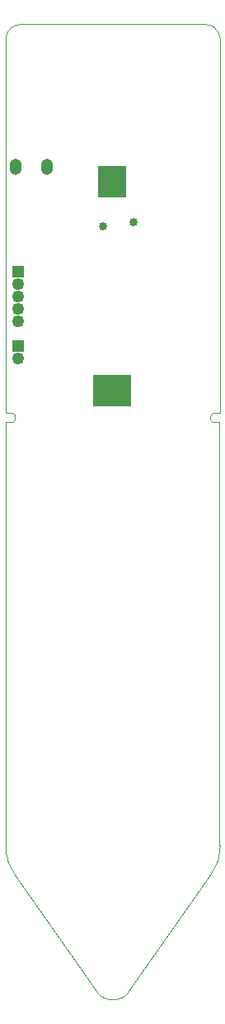
<source format=gbs>
G04*
G04 #@! TF.GenerationSoftware,Altium Limited,Altium Designer,19.0.15 (446)*
G04*
G04 Layer_Color=16711935*
%FSLAX25Y25*%
%MOIN*%
G70*
G01*
G75*
%ADD16C,0.00050*%
%ADD41R,0.04937X0.04937*%
%ADD42C,0.04937*%
%ADD43O,0.04937X0.06512*%
%ADD44C,0.03362*%
%ADD80R,0.15173X0.12811*%
%ADD81R,0.11236X0.12811*%
D16*
X86639Y387820D02*
X86550Y388846D01*
X86283Y389840D01*
X85848Y390773D01*
X85258Y391616D01*
X84530Y392344D01*
X83686Y392935D01*
X82753Y393370D01*
X81759Y393636D01*
X80734Y393726D01*
X5931D02*
X4905Y393636D01*
X3911Y393370D01*
X2978Y392935D01*
X2135Y392344D01*
X1407Y391616D01*
X816Y390773D01*
X381Y389840D01*
X115Y388846D01*
X25Y387820D01*
Y62227D02*
X51Y61225D01*
X127Y60226D01*
X254Y59232D01*
X432Y58246D01*
X659Y57270D01*
X936Y56307D01*
X1262Y55360D01*
X1635Y54430D01*
X2055Y53520D01*
X2521Y52633D01*
X3031Y51771D01*
X3585Y50936D01*
X36882Y3383D02*
X37511Y2596D01*
X38236Y1897D01*
X39044Y1295D01*
X39922Y802D01*
X40855Y425D01*
X41830Y170D01*
X42829Y41D01*
X43836D01*
X44835Y170D01*
X45809Y425D01*
X46743Y802D01*
X47621Y1295D01*
X48428Y1897D01*
X49153Y2596D01*
X49782Y3383D01*
X83079Y50936D02*
X83633Y51771D01*
X84143Y52633D01*
X84609Y53520D01*
X85029Y54430D01*
X85403Y55360D01*
X85728Y56307D01*
X86005Y57270D01*
X86233Y58246D01*
X86410Y59232D01*
X86537Y60226D01*
X86614Y61225D01*
X86639Y62227D01*
X84696Y237000D02*
X83704Y236748D01*
X82973Y236032D01*
X82700Y235045D01*
X82959Y234055D01*
X83680Y233329D01*
X84668Y233063D01*
X2000D02*
X2988Y233329D01*
X3709Y234055D01*
X3968Y235045D01*
X3696Y236032D01*
X2965Y236748D01*
X1973Y237000D01*
X5931Y393726D02*
X80734D01*
X3585Y50936D02*
X36882Y3383D01*
X49782D02*
X83079Y50936D01*
X86639Y237000D02*
X86639Y387820D01*
X84668Y233063D02*
X86637D01*
X84696Y237000D02*
X86664D01*
X86637Y62227D02*
X86637Y233063D01*
X25D02*
X25Y62227D01*
X4Y237000D02*
X1973D01*
X0Y233063D02*
X1969D01*
X4Y387820D02*
X4Y237000D01*
D41*
X5000Y264000D02*
D03*
Y294000D02*
D03*
D42*
Y259000D02*
D03*
Y274000D02*
D03*
Y279000D02*
D03*
Y284000D02*
D03*
Y289000D02*
D03*
D43*
X4101Y336300D02*
D03*
X16699D02*
D03*
D44*
X51886Y313800D02*
D03*
X39400Y312200D02*
D03*
D80*
X43300Y245843D02*
D03*
D81*
Y330095D02*
D03*
M02*

</source>
